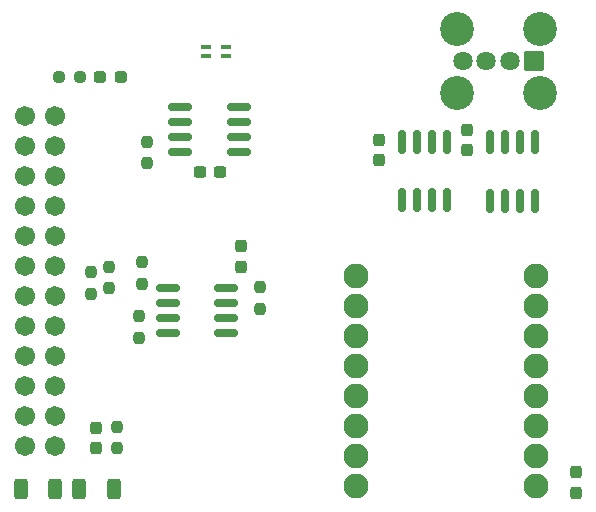
<source format=gbr>
%TF.GenerationSoftware,KiCad,Pcbnew,8.0.9-4-gd7388e2a70*%
%TF.CreationDate,2025-04-15T12:07:27-05:00*%
%TF.ProjectId,test_board,74657374-5f62-46f6-9172-642e6b696361,rev?*%
%TF.SameCoordinates,Original*%
%TF.FileFunction,Soldermask,Top*%
%TF.FilePolarity,Negative*%
%FSLAX46Y46*%
G04 Gerber Fmt 4.6, Leading zero omitted, Abs format (unit mm)*
G04 Created by KiCad (PCBNEW 8.0.9-4-gd7388e2a70) date 2025-04-15 12:07:27*
%MOMM*%
%LPD*%
G01*
G04 APERTURE LIST*
G04 Aperture macros list*
%AMRoundRect*
0 Rectangle with rounded corners*
0 $1 Rounding radius*
0 $2 $3 $4 $5 $6 $7 $8 $9 X,Y pos of 4 corners*
0 Add a 4 corners polygon primitive as box body*
4,1,4,$2,$3,$4,$5,$6,$7,$8,$9,$2,$3,0*
0 Add four circle primitives for the rounded corners*
1,1,$1+$1,$2,$3*
1,1,$1+$1,$4,$5*
1,1,$1+$1,$6,$7*
1,1,$1+$1,$8,$9*
0 Add four rect primitives between the rounded corners*
20,1,$1+$1,$2,$3,$4,$5,0*
20,1,$1+$1,$4,$5,$6,$7,0*
20,1,$1+$1,$6,$7,$8,$9,0*
20,1,$1+$1,$8,$9,$2,$3,0*%
G04 Aperture macros list end*
%ADD10RoundRect,0.237500X-0.237500X0.250000X-0.237500X-0.250000X0.237500X-0.250000X0.237500X0.250000X0*%
%ADD11RoundRect,0.102000X0.714000X0.714000X-0.714000X0.714000X-0.714000X-0.714000X0.714000X-0.714000X0*%
%ADD12C,1.632000*%
%ADD13C,2.874000*%
%ADD14C,1.701800*%
%ADD15RoundRect,0.237500X-0.287500X-0.237500X0.287500X-0.237500X0.287500X0.237500X-0.287500X0.237500X0*%
%ADD16RoundRect,0.237500X0.300000X0.237500X-0.300000X0.237500X-0.300000X-0.237500X0.300000X-0.237500X0*%
%ADD17RoundRect,0.237500X-0.237500X0.287500X-0.237500X-0.287500X0.237500X-0.287500X0.237500X0.287500X0*%
%ADD18RoundRect,0.150000X-0.825000X-0.150000X0.825000X-0.150000X0.825000X0.150000X-0.825000X0.150000X0*%
%ADD19RoundRect,0.237500X0.237500X-0.250000X0.237500X0.250000X-0.237500X0.250000X-0.237500X-0.250000X0*%
%ADD20RoundRect,0.150000X0.150000X-0.825000X0.150000X0.825000X-0.150000X0.825000X-0.150000X-0.825000X0*%
%ADD21R,0.900000X0.400000*%
%ADD22RoundRect,0.237500X0.237500X-0.300000X0.237500X0.300000X-0.237500X0.300000X-0.237500X-0.300000X0*%
%ADD23RoundRect,0.250000X0.312500X0.625000X-0.312500X0.625000X-0.312500X-0.625000X0.312500X-0.625000X0*%
%ADD24RoundRect,0.237500X-0.237500X0.300000X-0.237500X-0.300000X0.237500X-0.300000X0.237500X0.300000X0*%
%ADD25RoundRect,0.237500X0.250000X0.237500X-0.250000X0.237500X-0.250000X-0.237500X0.250000X-0.237500X0*%
%ADD26RoundRect,0.150000X0.825000X0.150000X-0.825000X0.150000X-0.825000X-0.150000X0.825000X-0.150000X0*%
%ADD27C,2.109000*%
G04 APERTURE END LIST*
D10*
%TO.C,R7*%
X126970000Y-66450000D03*
X126970000Y-68275000D03*
%TD*%
%TO.C,R1*%
X129770000Y-66087500D03*
X129770000Y-67912500D03*
%TD*%
D11*
%TO.C,J2*%
X162912854Y-49067650D03*
D12*
X160912854Y-49067650D03*
X158912854Y-49067650D03*
X156912854Y-49067650D03*
D13*
X163412854Y-51787650D03*
X156412854Y-51787650D03*
X163412854Y-46347650D03*
X156412854Y-46347650D03*
%TD*%
D14*
%TO.C,J1*%
X122408099Y-53736600D03*
X119868099Y-53736600D03*
X122408099Y-56276600D03*
X119868099Y-56276600D03*
X122408099Y-58816600D03*
X119868099Y-58816600D03*
X122408099Y-61356600D03*
X119868099Y-61356600D03*
X122408099Y-63896600D03*
X119868099Y-63896600D03*
X122408099Y-66436600D03*
X119868099Y-66436600D03*
X122408099Y-68976600D03*
X119868099Y-68976600D03*
X122408099Y-71516600D03*
X119868099Y-71516600D03*
X122408099Y-74056600D03*
X119868099Y-74056600D03*
X122408099Y-76596600D03*
X119868099Y-76596600D03*
X122408099Y-79136600D03*
X119868099Y-79136600D03*
X122408099Y-81676600D03*
X119868099Y-81676600D03*
%TD*%
D15*
%TO.C,DS2*%
X126215000Y-50390000D03*
X127965000Y-50390000D03*
%TD*%
D16*
%TO.C,C4*%
X136372500Y-58460000D03*
X134647500Y-58460000D03*
%TD*%
D17*
%TO.C,DS1*%
X125870000Y-80097500D03*
X125870000Y-81847500D03*
%TD*%
D18*
%TO.C,U2*%
X131915000Y-68225000D03*
X131915000Y-69495000D03*
X131915000Y-70765000D03*
X131915000Y-72035000D03*
X136865000Y-72035000D03*
X136865000Y-70765000D03*
X136865000Y-69495000D03*
X136865000Y-68225000D03*
%TD*%
D19*
%TO.C,R14*%
X130190000Y-57712500D03*
X130190000Y-55887500D03*
%TD*%
D20*
%TO.C,U1*%
X151775000Y-60835000D03*
X153045000Y-60835000D03*
X154315000Y-60835000D03*
X155585000Y-60835000D03*
X155585000Y-55885000D03*
X154315000Y-55885000D03*
X153045000Y-55885000D03*
X151775000Y-55885000D03*
%TD*%
D10*
%TO.C,R4*%
X127620000Y-80017500D03*
X127620000Y-81842500D03*
%TD*%
D20*
%TO.C,U3*%
X159225000Y-60875000D03*
X160495000Y-60875000D03*
X161765000Y-60875000D03*
X163035000Y-60875000D03*
X163035000Y-55925000D03*
X161765000Y-55925000D03*
X160495000Y-55925000D03*
X159225000Y-55925000D03*
%TD*%
D10*
%TO.C,R6*%
X125460000Y-66930000D03*
X125460000Y-68755000D03*
%TD*%
D21*
%TO.C,L1*%
X135180000Y-47820000D03*
X136880000Y-47820000D03*
X136880000Y-48620000D03*
X135180000Y-48620000D03*
%TD*%
D22*
%TO.C,C5*%
X149840000Y-57452500D03*
X149840000Y-55727500D03*
%TD*%
D23*
%TO.C,R9*%
X122422500Y-85320000D03*
X119497500Y-85320000D03*
%TD*%
D10*
%TO.C,R3*%
X129520000Y-70637500D03*
X129520000Y-72462500D03*
%TD*%
D22*
%TO.C,C3*%
X157300000Y-56602500D03*
X157300000Y-54877500D03*
%TD*%
D24*
%TO.C,C1*%
X166520000Y-83867500D03*
X166520000Y-85592500D03*
%TD*%
D23*
%TO.C,R8*%
X127382500Y-85260000D03*
X124457500Y-85260000D03*
%TD*%
D25*
%TO.C,R5*%
X124542500Y-50400000D03*
X122717500Y-50400000D03*
%TD*%
D26*
%TO.C,U4*%
X137955000Y-56735000D03*
X137955000Y-55465000D03*
X137955000Y-54195000D03*
X137955000Y-52925000D03*
X133005000Y-52925000D03*
X133005000Y-54195000D03*
X133005000Y-55465000D03*
X133005000Y-56735000D03*
%TD*%
D24*
%TO.C,C2*%
X138120000Y-64717500D03*
X138120000Y-66442500D03*
%TD*%
D10*
%TO.C,R2*%
X139740000Y-68175000D03*
X139740000Y-70000000D03*
%TD*%
D27*
%TO.C,U5*%
X163130000Y-67270000D03*
X163130000Y-69810000D03*
X163130000Y-72350000D03*
X163130000Y-74890000D03*
X163130000Y-79970000D03*
X163130000Y-77430000D03*
X147890000Y-85050000D03*
X163130000Y-85050000D03*
X147890000Y-82510000D03*
X147890000Y-79970000D03*
X147890000Y-77430000D03*
X147890000Y-74890000D03*
X147890000Y-72350000D03*
X147890000Y-69810000D03*
X147890000Y-67270000D03*
X163130000Y-82510000D03*
%TD*%
M02*

</source>
